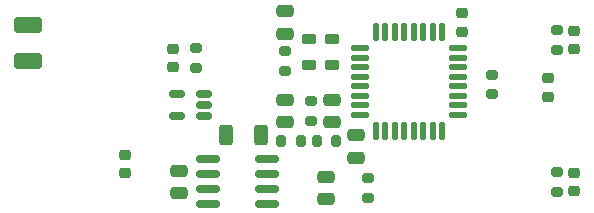
<source format=gbp>
%TF.GenerationSoftware,KiCad,Pcbnew,(6.0.5)*%
%TF.CreationDate,2022-09-08T00:21:15+12:00*%
%TF.ProjectId,OpenEFCS_electronics,4f70656e-4546-4435-935f-656c65637472,rev?*%
%TF.SameCoordinates,Original*%
%TF.FileFunction,Paste,Bot*%
%TF.FilePolarity,Positive*%
%FSLAX46Y46*%
G04 Gerber Fmt 4.6, Leading zero omitted, Abs format (unit mm)*
G04 Created by KiCad (PCBNEW (6.0.5)) date 2022-09-08 00:21:15*
%MOMM*%
%LPD*%
G01*
G04 APERTURE LIST*
G04 Aperture macros list*
%AMRoundRect*
0 Rectangle with rounded corners*
0 $1 Rounding radius*
0 $2 $3 $4 $5 $6 $7 $8 $9 X,Y pos of 4 corners*
0 Add a 4 corners polygon primitive as box body*
4,1,4,$2,$3,$4,$5,$6,$7,$8,$9,$2,$3,0*
0 Add four circle primitives for the rounded corners*
1,1,$1+$1,$2,$3*
1,1,$1+$1,$4,$5*
1,1,$1+$1,$6,$7*
1,1,$1+$1,$8,$9*
0 Add four rect primitives between the rounded corners*
20,1,$1+$1,$2,$3,$4,$5,0*
20,1,$1+$1,$4,$5,$6,$7,0*
20,1,$1+$1,$6,$7,$8,$9,0*
20,1,$1+$1,$8,$9,$2,$3,0*%
G04 Aperture macros list end*
%ADD10RoundRect,0.225000X-0.250000X0.225000X-0.250000X-0.225000X0.250000X-0.225000X0.250000X0.225000X0*%
%ADD11RoundRect,0.200000X0.275000X-0.200000X0.275000X0.200000X-0.275000X0.200000X-0.275000X-0.200000X0*%
%ADD12RoundRect,0.250000X-0.475000X0.250000X-0.475000X-0.250000X0.475000X-0.250000X0.475000X0.250000X0*%
%ADD13RoundRect,0.200000X-0.275000X0.200000X-0.275000X-0.200000X0.275000X-0.200000X0.275000X0.200000X0*%
%ADD14RoundRect,0.250000X0.475000X-0.250000X0.475000X0.250000X-0.475000X0.250000X-0.475000X-0.250000X0*%
%ADD15RoundRect,0.218750X-0.381250X0.218750X-0.381250X-0.218750X0.381250X-0.218750X0.381250X0.218750X0*%
%ADD16RoundRect,0.150000X0.825000X0.150000X-0.825000X0.150000X-0.825000X-0.150000X0.825000X-0.150000X0*%
%ADD17RoundRect,0.225000X0.250000X-0.225000X0.250000X0.225000X-0.250000X0.225000X-0.250000X-0.225000X0*%
%ADD18RoundRect,0.200000X0.200000X0.275000X-0.200000X0.275000X-0.200000X-0.275000X0.200000X-0.275000X0*%
%ADD19RoundRect,0.125000X0.625000X0.125000X-0.625000X0.125000X-0.625000X-0.125000X0.625000X-0.125000X0*%
%ADD20RoundRect,0.125000X0.125000X0.625000X-0.125000X0.625000X-0.125000X-0.625000X0.125000X-0.625000X0*%
%ADD21RoundRect,0.250000X-0.925000X0.412500X-0.925000X-0.412500X0.925000X-0.412500X0.925000X0.412500X0*%
%ADD22RoundRect,0.250000X-0.312500X-0.625000X0.312500X-0.625000X0.312500X0.625000X-0.312500X0.625000X0*%
%ADD23RoundRect,0.150000X0.512500X0.150000X-0.512500X0.150000X-0.512500X-0.150000X0.512500X-0.150000X0*%
%ADD24RoundRect,0.200000X-0.200000X-0.275000X0.200000X-0.275000X0.200000X0.275000X-0.200000X0.275000X0*%
G04 APERTURE END LIST*
D10*
%TO.C,C14*%
X144000000Y13275000D03*
X144000000Y11725000D03*
%TD*%
%TO.C,C11*%
X182000000Y23775000D03*
X182000000Y22225000D03*
%TD*%
D11*
%TO.C,R22*%
X164500000Y9675000D03*
X164500000Y11325000D03*
%TD*%
D12*
%TO.C,C13*%
X163500000Y14950000D03*
X163500000Y13050000D03*
%TD*%
D10*
%TO.C,C18*%
X148000000Y22275000D03*
X148000000Y20725000D03*
%TD*%
D13*
%TO.C,R4*%
X157500000Y22075000D03*
X157500000Y20425000D03*
%TD*%
D14*
%TO.C,C17*%
X148500000Y10050000D03*
X148500000Y11950000D03*
%TD*%
D15*
%TO.C,L2*%
X161500000Y23062500D03*
X161500000Y20937500D03*
%TD*%
D16*
%TO.C,U4*%
X155975000Y12905000D03*
X155975000Y11635000D03*
X155975000Y10365000D03*
X155975000Y9095000D03*
X151025000Y9095000D03*
X151025000Y10365000D03*
X151025000Y11635000D03*
X151025000Y12905000D03*
%TD*%
D12*
%TO.C,C16*%
X161000000Y11450000D03*
X161000000Y9550000D03*
%TD*%
D13*
%TO.C,R6*%
X159750000Y17825000D03*
X159750000Y16175000D03*
%TD*%
D17*
%TO.C,C9*%
X172500000Y23725000D03*
X172500000Y25275000D03*
%TD*%
D18*
%TO.C,TH1*%
X158825000Y14500000D03*
X157175000Y14500000D03*
%TD*%
D19*
%TO.C,U1*%
X172175000Y22300000D03*
X172175000Y21500000D03*
X172175000Y20700000D03*
X172175000Y19900000D03*
X172175000Y19100000D03*
X172175000Y18300000D03*
X172175000Y17500000D03*
X172175000Y16700000D03*
D20*
X170800000Y15325000D03*
X170000000Y15325000D03*
X169200000Y15325000D03*
X168400000Y15325000D03*
X167600000Y15325000D03*
X166800000Y15325000D03*
X166000000Y15325000D03*
X165200000Y15325000D03*
D19*
X163825000Y16700000D03*
X163825000Y17500000D03*
X163825000Y18300000D03*
X163825000Y19100000D03*
X163825000Y19900000D03*
X163825000Y20700000D03*
X163825000Y21500000D03*
X163825000Y22300000D03*
D20*
X165200000Y23675000D03*
X166000000Y23675000D03*
X166800000Y23675000D03*
X167600000Y23675000D03*
X168400000Y23675000D03*
X169200000Y23675000D03*
X170000000Y23675000D03*
X170800000Y23675000D03*
%TD*%
D17*
%TO.C,C3*%
X179750000Y18225000D03*
X179750000Y19775000D03*
%TD*%
D14*
%TO.C,C2*%
X157500000Y23550000D03*
X157500000Y25450000D03*
%TD*%
D21*
%TO.C,CIN1*%
X135750000Y24287500D03*
X135750000Y21212500D03*
%TD*%
D22*
%TO.C,TJ1*%
X152537500Y15000000D03*
X155462500Y15000000D03*
%TD*%
D11*
%TO.C,R3*%
X175000000Y18425000D03*
X175000000Y20075000D03*
%TD*%
D13*
%TO.C,R9*%
X180500000Y23825000D03*
X180500000Y22175000D03*
%TD*%
D15*
%TO.C,L1*%
X159500000Y23062500D03*
X159500000Y20937500D03*
%TD*%
D13*
%TO.C,R17*%
X150000000Y22325000D03*
X150000000Y20675000D03*
%TD*%
D23*
%TO.C,U5*%
X150637500Y18450000D03*
X150637500Y17500000D03*
X150637500Y16550000D03*
X148362500Y16550000D03*
X148362500Y18450000D03*
%TD*%
D17*
%TO.C,C7*%
X182000000Y10225000D03*
X182000000Y11775000D03*
%TD*%
D24*
%TO.C,R19*%
X160175000Y14500000D03*
X161825000Y14500000D03*
%TD*%
D12*
%TO.C,C4*%
X157500000Y17950000D03*
X157500000Y16050000D03*
%TD*%
%TO.C,C10*%
X161500000Y17950000D03*
X161500000Y16050000D03*
%TD*%
D11*
%TO.C,R7*%
X180500000Y10175000D03*
X180500000Y11825000D03*
%TD*%
M02*

</source>
